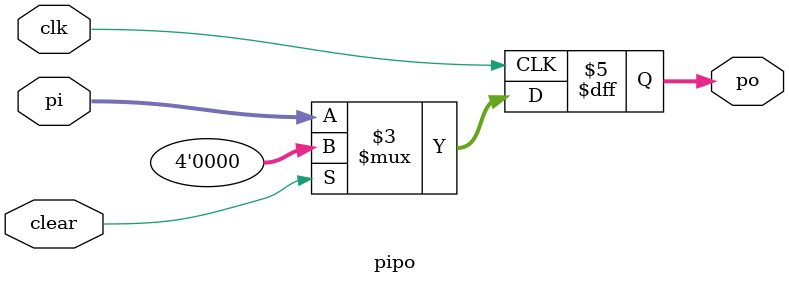
<source format=v>
module pipo(clk,clear, pi, po);

input clk,clear;

input [3:0] pi;

output [3:0] po;

wire [3:0] pi;

reg [3:0] po;

always @(posedge clk)

begin

if (clear)

po<= 0000;

else

 

po <= pi;

end

endmodule

</source>
